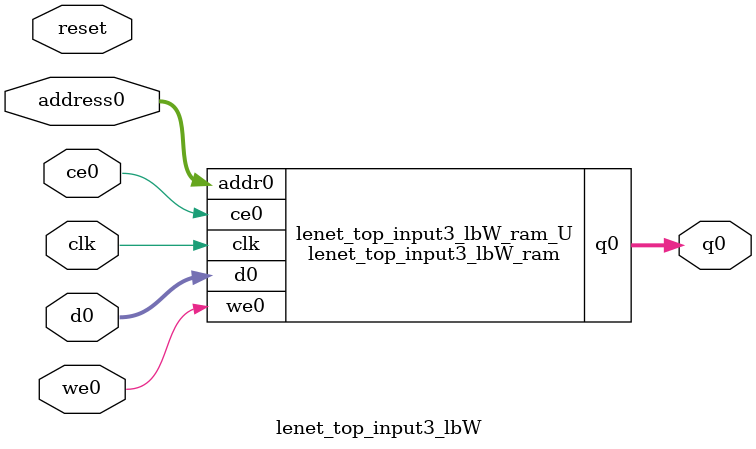
<source format=v>
`timescale 1 ns / 1 ps
module lenet_top_input3_lbW_ram (addr0, ce0, d0, we0, q0,  clk);

parameter DWIDTH = 32;
parameter AWIDTH = 11;
parameter MEM_SIZE = 1176;

input[AWIDTH-1:0] addr0;
input ce0;
input[DWIDTH-1:0] d0;
input we0;
output reg[DWIDTH-1:0] q0;
input clk;

(* ram_style = "block" *)reg [DWIDTH-1:0] ram[0:MEM_SIZE-1];




always @(posedge clk)  
begin 
    if (ce0) 
    begin
        if (we0) 
        begin 
            ram[addr0] <= d0; 
        end 
        q0 <= ram[addr0];
    end
end


endmodule

`timescale 1 ns / 1 ps
module lenet_top_input3_lbW(
    reset,
    clk,
    address0,
    ce0,
    we0,
    d0,
    q0);

parameter DataWidth = 32'd32;
parameter AddressRange = 32'd1176;
parameter AddressWidth = 32'd11;
input reset;
input clk;
input[AddressWidth - 1:0] address0;
input ce0;
input we0;
input[DataWidth - 1:0] d0;
output[DataWidth - 1:0] q0;



lenet_top_input3_lbW_ram lenet_top_input3_lbW_ram_U(
    .clk( clk ),
    .addr0( address0 ),
    .ce0( ce0 ),
    .we0( we0 ),
    .d0( d0 ),
    .q0( q0 ));

endmodule


</source>
